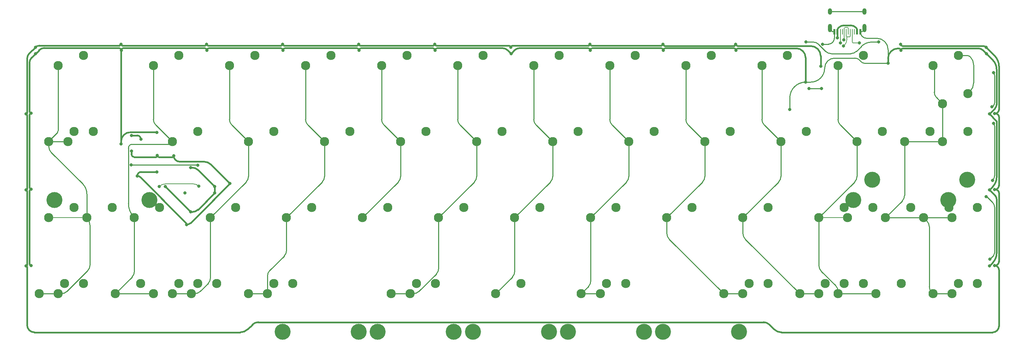
<source format=gbr>
%TF.GenerationSoftware,KiCad,Pcbnew,(7.0.0)*%
%TF.CreationDate,2024-04-06T15:01:54+02:00*%
%TF.ProjectId,forti GND,666f7274-6920-4474-9e44-2e6b69636164,rev?*%
%TF.SameCoordinates,Original*%
%TF.FileFunction,Copper,L1,Top*%
%TF.FilePolarity,Positive*%
%FSLAX46Y46*%
G04 Gerber Fmt 4.6, Leading zero omitted, Abs format (unit mm)*
G04 Created by KiCad (PCBNEW (7.0.0)) date 2024-04-06 15:01:54*
%MOMM*%
%LPD*%
G01*
G04 APERTURE LIST*
%TA.AperFunction,SMDPad,CuDef*%
%ADD10R,0.600000X1.450000*%
%TD*%
%TA.AperFunction,SMDPad,CuDef*%
%ADD11R,0.280000X1.450000*%
%TD*%
%TA.AperFunction,ComponentPad*%
%ADD12O,1.000000X2.100000*%
%TD*%
%TA.AperFunction,ComponentPad*%
%ADD13O,1.000000X1.600000*%
%TD*%
%TA.AperFunction,ComponentPad*%
%ADD14C,2.300000*%
%TD*%
%TA.AperFunction,ComponentPad*%
%ADD15C,4.000000*%
%TD*%
%TA.AperFunction,ViaPad*%
%ADD16C,0.800000*%
%TD*%
%TA.AperFunction,Conductor*%
%ADD17C,0.250000*%
%TD*%
%TA.AperFunction,Conductor*%
%ADD18C,0.200000*%
%TD*%
%TA.AperFunction,Conductor*%
%ADD19C,0.381000*%
%TD*%
G04 APERTURE END LIST*
D10*
%TO.P,J1,A1,GND*%
%TO.N,GND*%
X237519114Y-30238749D03*
%TO.P,J1,A4,VBUS*%
%TO.N,VBUS*%
X236719114Y-30238749D03*
D11*
%TO.P,J1,A5,CC1*%
%TO.N,/CC1*%
X235519114Y-30238749D03*
%TO.P,J1,A6,D+*%
%TO.N,D_USB_P*%
X234519114Y-30238749D03*
%TO.P,J1,A7,D-*%
%TO.N,D_USB_N*%
X234019114Y-30238749D03*
%TO.P,J1,A8,SBU1*%
%TO.N,unconnected-(J1-SBU1-PadA8)*%
X233019114Y-30238749D03*
D10*
%TO.P,J1,A9,VBUS*%
%TO.N,VBUS*%
X231819114Y-30238749D03*
%TO.P,J1,A12,GND*%
%TO.N,GND*%
X231019114Y-30238749D03*
%TO.P,J1,B1,GND*%
X231019114Y-30238749D03*
%TO.P,J1,B4,VBUS*%
%TO.N,VBUS*%
X231819114Y-30238749D03*
D11*
%TO.P,J1,B5,CC2*%
%TO.N,/CC2*%
X232519114Y-30238749D03*
%TO.P,J1,B6,D+*%
%TO.N,D_USB_P*%
X233519114Y-30238749D03*
%TO.P,J1,B7,D-*%
%TO.N,D_USB_N*%
X235019114Y-30238749D03*
%TO.P,J1,B8,SBU2*%
%TO.N,unconnected-(J1-SBU2-PadB8)*%
X236019114Y-30238749D03*
D10*
%TO.P,J1,B9,VBUS*%
%TO.N,VBUS*%
X236719114Y-30238749D03*
%TO.P,J1,B12,GND*%
%TO.N,GND*%
X237519114Y-30238749D03*
D12*
%TO.P,J1,S1,SHIELD*%
X238589114Y-29323749D03*
D13*
X238589114Y-25143749D03*
D12*
X229949114Y-29323749D03*
D13*
X229949114Y-25143749D03*
%TD*%
D14*
%TO.P,MX51,1,1*%
%TO.N,COL9*%
X227171250Y-95885000D03*
%TO.P,MX51,2,2*%
%TO.N,Net-(D45-A)*%
X233521250Y-93345000D03*
%TD*%
%TO.P,MX23,1,1*%
%TO.N,COL10*%
X236696250Y-57785000D03*
%TO.P,MX23,2,2*%
%TO.N,Net-(D23-A)*%
X243046250Y-55245000D03*
%TD*%
%TO.P,MX55,1,1*%
%TO.N,COL11*%
X255746250Y-95885000D03*
%TO.P,MX55,2,2*%
%TO.N,Net-(D47-A)*%
X262096250Y-93345000D03*
%TD*%
%TO.P,MX43,1,1*%
%TO.N,COL2*%
X70008750Y-95885000D03*
%TO.P,MX43,2,2*%
%TO.N,Net-(D39-A)*%
X76358750Y-93345000D03*
%TD*%
%TO.P,MXshift2.1,1,1*%
%TO.N,COL0*%
X43815000Y-76835000D03*
%TO.P,MXshift2.1,2,2*%
%TO.N,Net-(D25-A)*%
X50165000Y-74295000D03*
%TD*%
%TO.P,MX27,1,1*%
%TO.N,COL2*%
X74771250Y-76835000D03*
%TO.P,MX27,2,2*%
%TO.N,Net-(D27-A)*%
X81121250Y-74295000D03*
%TD*%
%TO.P,MX11,1,1*%
%TO.N,COL10*%
X231933750Y-38735000D03*
%TO.P,MX11,2,2*%
%TO.N,Net-(D11-A)*%
X238283750Y-36195000D03*
%TD*%
%TO.P,MX46,1,1*%
%TO.N,COL3*%
X84296250Y-95885000D03*
%TO.P,MX46,2,2*%
%TO.N,Net-(D40-A)*%
X90646250Y-93345000D03*
%TD*%
%TO.P,MXenter2.1,1,1*%
%TO.N,COL11*%
X248602500Y-57785000D03*
%TO.P,MXenter2.1,2,2*%
%TO.N,Net-(D24-A)*%
X254952500Y-55245000D03*
%TD*%
D15*
%TO.P,S2,*%
%TO.N,*%
X207168750Y-105410000D03*
X92868750Y-105410000D03*
%TD*%
D14*
%TO.P,MX49,1,1*%
%TO.N,COL8*%
X208121250Y-95885000D03*
%TO.P,MX49,2,2*%
%TO.N,Net-(D44-A)*%
X214471250Y-93345000D03*
%TD*%
%TO.P,MX31,1,1*%
%TO.N,COL6*%
X150971250Y-76835000D03*
%TO.P,MX31,2,2*%
%TO.N,Net-(D31-A)*%
X157321250Y-74295000D03*
%TD*%
%TO.P,MX16,1,1*%
%TO.N,COL3*%
X103346250Y-57785000D03*
%TO.P,MX16,2,2*%
%TO.N,Net-(D16-A)*%
X109696250Y-55245000D03*
%TD*%
%TO.P,MX38,1,1*%
%TO.N,COL11*%
X260508750Y-76835000D03*
%TO.P,MX38,2,2*%
%TO.N,Net-(D36-A)*%
X266858750Y-74295000D03*
%TD*%
%TO.P,MX35,1,1*%
%TO.N,COL10*%
X227171250Y-76835000D03*
%TO.P,MX35,2,2*%
%TO.N,Net-(D35-A)*%
X233521250Y-74295000D03*
%TD*%
%TO.P,MXsplit2.75(1)1,1,1*%
%TO.N,COL7*%
X167640000Y-95885000D03*
%TO.P,MXsplit2.75(1)1,2,2*%
%TO.N,Net-(D43-A)*%
X173990000Y-93345000D03*
%TD*%
D15*
%TO.P,shift2.2,*%
%TO.N,*%
X35718750Y-72390000D03*
X59531250Y-72390000D03*
%TD*%
D14*
%TO.P,MX8,1,1*%
%TO.N,COL7*%
X174783750Y-38735000D03*
%TO.P,MX8,2,2*%
%TO.N,Net-(D8-A)*%
X181133750Y-36195000D03*
%TD*%
%TO.P,MX13,1,1*%
%TO.N,COL0*%
X39052500Y-57785000D03*
%TO.P,MX13,2,2*%
%TO.N,Net-(D13-A)*%
X45402500Y-55245000D03*
%TD*%
%TO.P,MX32,1,1*%
%TO.N,COL7*%
X170021250Y-76835000D03*
%TO.P,MX32,2,2*%
%TO.N,Net-(D32-A)*%
X176371250Y-74295000D03*
%TD*%
%TO.P,MXISO1,1,1*%
%TO.N,COL11*%
X258127500Y-48260000D03*
%TO.P,MXISO1,2,2*%
%TO.N,Net-(D12-A)*%
X264477500Y-45720000D03*
%TD*%
%TO.P,MX21,1,1*%
%TO.N,COL8*%
X198596250Y-57785000D03*
%TO.P,MX21,2,2*%
%TO.N,Net-(D21-A)*%
X204946250Y-55245000D03*
%TD*%
%TO.P,MXsplit2.1,1,1*%
%TO.N,COL5*%
X124777500Y-95885000D03*
%TO.P,MXsplit2.1,2,2*%
%TO.N,Net-(D41-A)*%
X131127500Y-93345000D03*
%TD*%
%TO.P,MX4,1,1*%
%TO.N,COL3*%
X98583750Y-38735000D03*
%TO.P,MX4,2,2*%
%TO.N,Net-(D4-A)*%
X104933750Y-36195000D03*
%TD*%
%TO.P,MX45,1,1*%
%TO.N,COL3*%
X89058750Y-95885000D03*
%TO.P,MX45,2,2*%
%TO.N,Net-(D40-A)*%
X95408750Y-93345000D03*
%TD*%
%TO.P,MX30,1,1*%
%TO.N,COL5*%
X131921250Y-76835000D03*
%TO.P,MX30,2,2*%
%TO.N,Net-(D30-A)*%
X138271250Y-74295000D03*
%TD*%
%TO.P,MX1,1,1*%
%TO.N,COL0*%
X36671250Y-38735000D03*
%TO.P,MX1,2,2*%
%TO.N,Net-(D1-A)*%
X43021250Y-36195000D03*
%TD*%
%TO.P,MX34,1,1*%
%TO.N,COL9*%
X208121250Y-76835000D03*
%TO.P,MX34,2,2*%
%TO.N,Net-(D34-A)*%
X214471250Y-74295000D03*
%TD*%
%TO.P,MX25,1,1*%
%TO.N,COL0*%
X34290000Y-76835000D03*
%TO.P,MX25,2,2*%
%TO.N,Net-(D25-A)*%
X40640000Y-74295000D03*
%TD*%
D15*
%TO.P,enter2.1,*%
%TO.N,*%
X264318750Y-67310000D03*
X240506250Y-67310000D03*
%TD*%
D14*
%TO.P,MX29,1,1*%
%TO.N,COL4*%
X112871250Y-76835000D03*
%TO.P,MX29,2,2*%
%TO.N,Net-(D29-A)*%
X119221250Y-74295000D03*
%TD*%
%TO.P,MX53,1,1*%
%TO.N,COL10*%
X231933750Y-95885000D03*
%TO.P,MX53,2,2*%
%TO.N,Net-(D46-A)*%
X238283750Y-93345000D03*
%TD*%
%TO.P,MX22,1,1*%
%TO.N,COL9*%
X217646250Y-57785000D03*
%TO.P,MX22,2,2*%
%TO.N,Net-(D22-A)*%
X223996250Y-55245000D03*
%TD*%
%TO.P,MX17,1,1*%
%TO.N,COL4*%
X122396250Y-57785000D03*
%TO.P,MX17,2,2*%
%TO.N,Net-(D17-A)*%
X128746250Y-55245000D03*
%TD*%
%TO.P,MX47,1,1*%
%TO.N,COL6*%
X146208750Y-95885000D03*
%TO.P,MX47,2,2*%
%TO.N,Net-(D42-A)*%
X152558750Y-93345000D03*
%TD*%
D15*
%TO.P,S1,*%
%TO.N,*%
X135731250Y-105410000D03*
X111918750Y-105410000D03*
%TD*%
D14*
%TO.P,MX44,1,1*%
%TO.N,COL2*%
X65246250Y-95885000D03*
%TO.P,MX44,2,2*%
%TO.N,Net-(D39-A)*%
X71596250Y-93345000D03*
%TD*%
%TO.P,MX36,1,1*%
%TO.N,COL10*%
X234315000Y-76835000D03*
%TO.P,MX36,2,2*%
%TO.N,Net-(D35-A)*%
X240665000Y-74295000D03*
%TD*%
%TO.P,MX26,1,1*%
%TO.N,COL1*%
X55721250Y-76835000D03*
%TO.P,MX26,2,2*%
%TO.N,Net-(D26-A)*%
X62071250Y-74295000D03*
%TD*%
%TO.P,MX3,1,1*%
%TO.N,COL2*%
X79533750Y-38735000D03*
%TO.P,MX3,2,2*%
%TO.N,Net-(D3-A)*%
X85883750Y-36195000D03*
%TD*%
D15*
%TO.P,S4,*%
%TO.N,*%
X188118750Y-105410000D03*
X164306250Y-105410000D03*
%TD*%
D14*
%TO.P,MX37,1,1*%
%TO.N,COL11*%
X253365000Y-76835000D03*
%TO.P,MX37,2,2*%
%TO.N,Net-(D36-A)*%
X259715000Y-74295000D03*
%TD*%
%TO.P,MX24,1,1*%
%TO.N,COL11*%
X258127500Y-57785000D03*
%TO.P,MX24,2,2*%
%TO.N,Net-(D24-A)*%
X264477500Y-55245000D03*
%TD*%
D15*
%TO.P,S3,*%
%TO.N,*%
X183356250Y-105410000D03*
X159543750Y-105410000D03*
%TD*%
D14*
%TO.P,MX42,1,1*%
%TO.N,COL1*%
X60483750Y-95885000D03*
%TO.P,MX42,2,2*%
%TO.N,Net-(D38-A)*%
X66833750Y-93345000D03*
%TD*%
%TO.P,MX33,1,1*%
%TO.N,COL8*%
X189071250Y-76835000D03*
%TO.P,MX33,2,2*%
%TO.N,Net-(D33-A)*%
X195421250Y-74295000D03*
%TD*%
%TO.P,MX5,1,1*%
%TO.N,COL4*%
X117633750Y-38735000D03*
%TO.P,MX5,2,2*%
%TO.N,Net-(D5-A)*%
X123983750Y-36195000D03*
%TD*%
%TO.P,MX50,1,1*%
%TO.N,COL9*%
X222408750Y-95885000D03*
%TO.P,MX50,2,2*%
%TO.N,Net-(D45-A)*%
X228758750Y-93345000D03*
%TD*%
D15*
%TO.P,S5,*%
%TO.N,*%
X140493750Y-105410000D03*
X116681250Y-105410000D03*
%TD*%
D14*
%TO.P,MXsplit2.25(1)1,1,1*%
%TO.N,COL5*%
X120015000Y-95885000D03*
%TO.P,MXsplit2.25(1)1,2,2*%
%TO.N,Net-(D41-A)*%
X126365000Y-93345000D03*
%TD*%
%TO.P,MX28,1,1*%
%TO.N,COL3*%
X93821250Y-76835000D03*
%TO.P,MX28,2,2*%
%TO.N,Net-(D28-A)*%
X100171250Y-74295000D03*
%TD*%
%TO.P,MX18,1,1*%
%TO.N,COL5*%
X141446250Y-57785000D03*
%TO.P,MX18,2,2*%
%TO.N,Net-(D18-A)*%
X147796250Y-55245000D03*
%TD*%
%TO.P,MXcaps1,1,1*%
%TO.N,COL0*%
X34290000Y-57785000D03*
%TO.P,MXcaps1,2,2*%
%TO.N,Net-(D13-A)*%
X40640000Y-55245000D03*
%TD*%
%TO.P,MX40,1,1*%
%TO.N,COL0*%
X36671250Y-95885000D03*
%TO.P,MX40,2,2*%
%TO.N,Net-(D37-A)*%
X43021250Y-93345000D03*
%TD*%
%TO.P,MX15,1,1*%
%TO.N,COL2*%
X84296250Y-57785000D03*
%TO.P,MX15,2,2*%
%TO.N,Net-(D15-A)*%
X90646250Y-55245000D03*
%TD*%
%TO.P,MX54,1,1*%
%TO.N,COL11*%
X260508750Y-95885000D03*
%TO.P,MX54,2,2*%
%TO.N,Net-(D47-A)*%
X266858750Y-93345000D03*
%TD*%
%TO.P,MX39,1,1*%
%TO.N,COL0*%
X31908750Y-95885000D03*
%TO.P,MX39,2,2*%
%TO.N,Net-(D37-A)*%
X38258750Y-93345000D03*
%TD*%
D15*
%TO.P,shift2.1,*%
%TO.N,*%
X235743750Y-72390000D03*
X259556250Y-72390000D03*
%TD*%
D14*
%TO.P,MX10,1,1*%
%TO.N,COL9*%
X212883750Y-38735000D03*
%TO.P,MX10,2,2*%
%TO.N,Net-(D10-A)*%
X219233750Y-36195000D03*
%TD*%
%TO.P,MX9,1,1*%
%TO.N,COL8*%
X193833750Y-38735000D03*
%TO.P,MX9,2,2*%
%TO.N,Net-(D9-A)*%
X200183750Y-36195000D03*
%TD*%
%TO.P,MX52,1,1*%
%TO.N,COL10*%
X241458750Y-95885000D03*
%TO.P,MX52,2,2*%
%TO.N,Net-(D46-A)*%
X247808750Y-93345000D03*
%TD*%
%TO.P,MX20,1,1*%
%TO.N,COL7*%
X179546250Y-57785000D03*
%TO.P,MX20,2,2*%
%TO.N,Net-(D20-A)*%
X185896250Y-55245000D03*
%TD*%
%TO.P,MX6,1,1*%
%TO.N,COL5*%
X136683750Y-38735000D03*
%TO.P,MX6,2,2*%
%TO.N,Net-(D6-A)*%
X143033750Y-36195000D03*
%TD*%
%TO.P,MXshift2.2,1,1*%
%TO.N,COL11*%
X243840000Y-76835000D03*
%TO.P,MXshift2.2,2,2*%
%TO.N,Net-(D36-A)*%
X250190000Y-74295000D03*
%TD*%
%TO.P,MX12,1,1*%
%TO.N,COL11*%
X255746250Y-38735000D03*
%TO.P,MX12,2,2*%
%TO.N,Net-(D12-A)*%
X262096250Y-36195000D03*
%TD*%
%TO.P,MX19,1,1*%
%TO.N,COL6*%
X160496250Y-57785000D03*
%TO.P,MX19,2,2*%
%TO.N,Net-(D19-A)*%
X166846250Y-55245000D03*
%TD*%
%TO.P,MXsplit2.2,1,1*%
%TO.N,COL7*%
X172402500Y-95885000D03*
%TO.P,MXsplit2.2,2,2*%
%TO.N,Net-(D43-A)*%
X178752500Y-93345000D03*
%TD*%
%TO.P,MX7,1,1*%
%TO.N,COL6*%
X155733750Y-38735000D03*
%TO.P,MX7,2,2*%
%TO.N,Net-(D7-A)*%
X162083750Y-36195000D03*
%TD*%
%TO.P,MX14,1,1*%
%TO.N,COL1*%
X65246250Y-57785000D03*
%TO.P,MX14,2,2*%
%TO.N,Net-(D14-A)*%
X71596250Y-55245000D03*
%TD*%
%TO.P,MX48,1,1*%
%TO.N,COL8*%
X203358750Y-95885000D03*
%TO.P,MX48,2,2*%
%TO.N,Net-(D44-A)*%
X209708750Y-93345000D03*
%TD*%
%TO.P,MX41,1,1*%
%TO.N,COL1*%
X50958750Y-95885000D03*
%TO.P,MX41,2,2*%
%TO.N,Net-(D38-A)*%
X57308750Y-93345000D03*
%TD*%
%TO.P,MX2,1,1*%
%TO.N,COL1*%
X60483750Y-38735000D03*
%TO.P,MX2,2,2*%
%TO.N,Net-(D2-A)*%
X66833750Y-36195000D03*
%TD*%
D16*
%TO.N,ROW0*%
X227806250Y-44450000D03*
X224635000Y-44450000D03*
%TO.N,ROW1*%
X71558211Y-63675454D03*
X54956738Y-63571782D03*
%TO.N,GND*%
X223837500Y-42862500D03*
X247684500Y-34925000D03*
X131003250Y-34925000D03*
X29883814Y-50642812D03*
X61383494Y-65360784D03*
X30990750Y-35718750D03*
X61335259Y-55462097D03*
X228041575Y-33343854D03*
X92903250Y-34925000D03*
X52411566Y-58375816D03*
X29883814Y-69692812D03*
X29883814Y-88865500D03*
X269875000Y-69884500D03*
X269115750Y-35718750D03*
X55007705Y-60122198D03*
X73853250Y-34925000D03*
X269875000Y-88934500D03*
X244475000Y-38100000D03*
X111953250Y-34925000D03*
X52422000Y-34925000D03*
X219874863Y-49742270D03*
X68408159Y-70640483D03*
X65570925Y-61316672D03*
X269875000Y-50834500D03*
X206409500Y-34925000D03*
X79670438Y-68278415D03*
X150053250Y-35718750D03*
X61475875Y-61238510D03*
X188153250Y-34925000D03*
X68830511Y-78563503D03*
X169897000Y-34925000D03*
X56445750Y-66353872D03*
%TO.N,+5V*%
X55025604Y-56208449D03*
X269046750Y-34131250D03*
X149984250Y-34131250D03*
X227618366Y-38893750D03*
X57354816Y-57173331D03*
X52353000Y-33337500D03*
X188084250Y-33337500D03*
X247615500Y-33337500D03*
X28575000Y-50834500D03*
X169828000Y-33337500D03*
X73784250Y-33337500D03*
X28575000Y-69884500D03*
X271188102Y-88843284D03*
X92834250Y-33337500D03*
X130934250Y-33337500D03*
X28575000Y-88934500D03*
X30921750Y-34131250D03*
X111884250Y-33337500D03*
X271175292Y-50765500D03*
X206340500Y-33337500D03*
X271164078Y-69815500D03*
%TO.N,+3V3*%
X69850000Y-64293750D03*
X69850000Y-75406250D03*
X63500000Y-69056250D03*
X75828969Y-69056250D03*
X75828969Y-70643750D03*
%TO.N,VBUS*%
X231805189Y-31791019D03*
%TO.N,/CC1*%
X237331250Y-33037500D03*
%TO.N,D_USB_P*%
X233362500Y-32243750D03*
%TO.N,D_USB_N*%
X233334389Y-33825379D03*
%TO.N,/CC2*%
X232568750Y-33037500D03*
%TO.N,BOOT0*%
X71850104Y-68930176D03*
X61912500Y-69056250D03*
%TO.N,Net-(LED13-DOUT)*%
X223871660Y-32817034D03*
X242122573Y-32818685D03*
%TO.N,Net-(LED15-DOUT)*%
X270885250Y-40481250D03*
X270495777Y-49011973D03*
%TO.N,Net-(LED16-DOUT)*%
X270885250Y-53181250D03*
X270668750Y-67468750D03*
%TO.N,Net-(LED17-DOUT)*%
X269960000Y-87218558D03*
X269081250Y-71531750D03*
%TD*%
D17*
%TO.N,ROW0*%
X224635000Y-44450000D02*
X227806250Y-44450000D01*
%TO.N,Net-(D12-A)*%
X265906250Y-38516476D02*
X265906250Y-43056465D01*
X265033125Y-45164375D02*
X264477500Y-45720000D01*
X262096250Y-36195000D02*
X264258294Y-36195000D01*
X265906259Y-38516476D02*
G75*
G03*
X265086814Y-36538186I-2797759J-24D01*
G01*
X265033146Y-45164396D02*
G75*
G03*
X265906250Y-43056465I-2107946J2107896D01*
G01*
X265086817Y-36538183D02*
G75*
G03*
X264258294Y-36195000I-828517J-828517D01*
G01*
%TO.N,ROW1*%
X71451507Y-63568750D02*
X71558211Y-63675454D01*
X55041176Y-63568750D02*
X71451507Y-63568750D01*
X55041176Y-63568750D02*
X54964057Y-63568750D01*
X54964057Y-63568720D02*
G75*
G03*
X54956738Y-63571782I43J-10380D01*
G01*
%TO.N,COL0*%
X44022963Y-90120787D02*
X38844536Y-95299214D01*
X34290000Y-57785000D02*
X39052500Y-57785000D01*
X43815000Y-70861007D02*
X43815000Y-76835000D01*
X36446495Y-55496495D02*
X34383346Y-57559644D01*
X36671250Y-95885000D02*
X31908750Y-95885000D01*
D18*
X34290000Y-76835000D02*
X43815000Y-76835000D01*
D17*
X34290000Y-57785000D02*
X34290000Y-59036704D01*
X44608750Y-78751282D02*
X44608750Y-88706573D01*
X31908750Y-95885000D02*
X37430323Y-95885000D01*
X34875787Y-60450918D02*
X42774934Y-68350066D01*
X36671250Y-38735000D02*
X36671250Y-54953889D01*
X34383346Y-57559644D02*
G75*
G03*
X34290000Y-57785000I225354J-225356D01*
G01*
X43814996Y-70861007D02*
G75*
G03*
X42774933Y-68350067I-3550996J7D01*
G01*
X34289998Y-59036704D02*
G75*
G03*
X34875788Y-60450917I2000002J4D01*
G01*
X44608757Y-78751282D02*
G75*
G03*
X43815000Y-76835000I-2710057J-18D01*
G01*
X37430323Y-95885016D02*
G75*
G03*
X38844536Y-95299214I-23J2000016D01*
G01*
X36446498Y-55496498D02*
G75*
G03*
X36671250Y-54953889I-542598J542598D01*
G01*
X44022966Y-90120790D02*
G75*
G03*
X44608750Y-88706573I-1414166J1414190D01*
G01*
%TO.N,COL1*%
X54231738Y-73239000D02*
X54231738Y-59391482D01*
X60483750Y-95885000D02*
X50958750Y-95885000D01*
X60483750Y-38735000D02*
X60483750Y-52194073D01*
X55135463Y-91708287D02*
X50958750Y-95885000D01*
X55721250Y-76835000D02*
X55721250Y-90294073D01*
X61069537Y-53608287D02*
X65246250Y-57785000D01*
X55203220Y-58420000D02*
X64611250Y-58420000D01*
X54231724Y-73239000D02*
G75*
G03*
X55721250Y-76835000I5085476J0D01*
G01*
X55203220Y-58420038D02*
G75*
G03*
X54231738Y-59391482I-20J-971462D01*
G01*
X60483755Y-52194073D02*
G75*
G03*
X61069537Y-53608287I1999945J-27D01*
G01*
X55135466Y-91708290D02*
G75*
G03*
X55721250Y-90294073I-1414166J1414190D01*
G01*
X64611250Y-58419950D02*
G75*
G03*
X65246250Y-57785000I50J634950D01*
G01*
%TO.N,COL2*%
X74185463Y-93334632D02*
X72220881Y-95299214D01*
X80119537Y-53608287D02*
X84296250Y-57785000D01*
X74771250Y-76835000D02*
X74771250Y-91920418D01*
X70008750Y-95885000D02*
X65246250Y-95885000D01*
X84296250Y-57785000D02*
X84296250Y-66481573D01*
X83710463Y-67895787D02*
X74771250Y-76835000D01*
X79533750Y-38735000D02*
X79533750Y-52194073D01*
X70806668Y-95885000D02*
X70008750Y-95885000D01*
X79533755Y-52194073D02*
G75*
G03*
X80119537Y-53608287I1999945J-27D01*
G01*
X70806668Y-95884977D02*
G75*
G03*
X72220881Y-95299214I32J1999977D01*
G01*
X83710466Y-67895790D02*
G75*
G03*
X84296250Y-66481573I-1414166J1414190D01*
G01*
X74185444Y-93334613D02*
G75*
G03*
X74771250Y-91920418I-1414144J1414213D01*
G01*
%TO.N,COL3*%
X99169537Y-53608287D02*
X103346250Y-57785000D01*
X93235463Y-86453156D02*
X89644536Y-90044083D01*
X98583750Y-38735000D02*
X98583750Y-52194073D01*
X93821250Y-76835000D02*
X93821250Y-85038942D01*
X103346250Y-57785000D02*
X103346250Y-66481573D01*
X89058750Y-95885000D02*
X84296250Y-95885000D01*
X89058750Y-91458296D02*
X89058750Y-95885000D01*
X102760463Y-67895787D02*
X93821250Y-76835000D01*
X93235432Y-86453125D02*
G75*
G03*
X93821250Y-85038942I-1414132J1414225D01*
G01*
X102760466Y-67895790D02*
G75*
G03*
X103346250Y-66481573I-1414166J1414190D01*
G01*
X89644548Y-90044095D02*
G75*
G03*
X89058750Y-91458296I1414152J-1414205D01*
G01*
X98583755Y-52194073D02*
G75*
G03*
X99169537Y-53608287I1999945J-27D01*
G01*
%TO.N,COL4*%
X117633750Y-38735000D02*
X117633750Y-52194073D01*
X118219537Y-53608287D02*
X122396250Y-57785000D01*
X121810463Y-67895787D02*
X112871250Y-76835000D01*
X122396250Y-57785000D02*
X122396250Y-66481573D01*
X117633755Y-52194073D02*
G75*
G03*
X118219537Y-53608287I1999945J-27D01*
G01*
X121810466Y-67895790D02*
G75*
G03*
X122396250Y-66481573I-1414166J1414190D01*
G01*
%TO.N,COL5*%
X124777500Y-95885000D02*
X120015000Y-95885000D01*
X131335463Y-90953382D02*
X126989631Y-95299214D01*
X141446250Y-57785000D02*
X141446250Y-66481573D01*
X137269537Y-53608287D02*
X141446250Y-57785000D01*
X131921250Y-76835000D02*
X131921250Y-89539168D01*
X125575418Y-95885000D02*
X124777500Y-95885000D01*
X140860463Y-67895787D02*
X131921250Y-76835000D01*
X136683750Y-38735000D02*
X136683750Y-52194073D01*
X125575418Y-95885012D02*
G75*
G03*
X126989631Y-95299214I-18J2000012D01*
G01*
X131335469Y-90953388D02*
G75*
G03*
X131921250Y-89539168I-1414169J1414188D01*
G01*
X136683755Y-52194073D02*
G75*
G03*
X137269537Y-53608287I1999945J-27D01*
G01*
X140860466Y-67895790D02*
G75*
G03*
X141446250Y-66481573I-1414166J1414190D01*
G01*
%TO.N,COL6*%
X150385463Y-91708287D02*
X146208750Y-95885000D01*
X150971250Y-76835000D02*
X150971250Y-90294073D01*
X159910463Y-67895787D02*
X150971250Y-76835000D01*
X156319537Y-53608287D02*
X160496250Y-57785000D01*
X155733750Y-38735000D02*
X155733750Y-52194073D01*
X160496250Y-57785000D02*
X160496250Y-66481573D01*
X150385466Y-91708290D02*
G75*
G03*
X150971250Y-90294073I-1414166J1414190D01*
G01*
X155733755Y-52194073D02*
G75*
G03*
X156319537Y-53608287I1999945J-27D01*
G01*
X159910466Y-67895790D02*
G75*
G03*
X160496250Y-66481573I-1414166J1414190D01*
G01*
%TO.N,COL7*%
X175369537Y-53608287D02*
X179546250Y-57785000D01*
X178960463Y-67895787D02*
X170021250Y-76835000D01*
X170021250Y-76835000D02*
X170021250Y-92675323D01*
X174783750Y-38735000D02*
X174783750Y-52194073D01*
X179546250Y-57785000D02*
X179546250Y-66481573D01*
X167640000Y-95885000D02*
X172402500Y-95885000D01*
X169435463Y-94089537D02*
X167640000Y-95885000D01*
X169435441Y-94089515D02*
G75*
G03*
X170021250Y-92675323I-1414141J1414215D01*
G01*
X174783755Y-52194073D02*
G75*
G03*
X175369537Y-53608287I1999945J-27D01*
G01*
X178960466Y-67895790D02*
G75*
G03*
X179546250Y-66481573I-1414166J1414190D01*
G01*
%TO.N,COL8*%
X198596250Y-57785000D02*
X198596250Y-66481573D01*
X203358750Y-95885000D02*
X208121250Y-95885000D01*
X189657037Y-82183287D02*
X203358750Y-95885000D01*
X193833750Y-38735000D02*
X193833750Y-52194073D01*
X194419537Y-53608287D02*
X198596250Y-57785000D01*
X198010463Y-67895787D02*
X189071250Y-76835000D01*
X189071250Y-76835000D02*
X189071250Y-80769073D01*
X189071255Y-80769073D02*
G75*
G03*
X189657037Y-82183287I1999945J-27D01*
G01*
X193833755Y-52194073D02*
G75*
G03*
X194419537Y-53608287I1999945J-27D01*
G01*
X198010466Y-67895790D02*
G75*
G03*
X198596250Y-66481573I-1414166J1414190D01*
G01*
%TO.N,COL9*%
X208121250Y-76835000D02*
X208121250Y-80769073D01*
X217646250Y-57785000D02*
X217646250Y-66481573D01*
X217060463Y-67895787D02*
X208121250Y-76835000D01*
X212883750Y-38735000D02*
X212883750Y-52194073D01*
X222408750Y-95885000D02*
X227171250Y-95885000D01*
X213469537Y-53608287D02*
X217646250Y-57785000D01*
X208707037Y-82183287D02*
X222408750Y-95885000D01*
X217060466Y-67895790D02*
G75*
G03*
X217646250Y-66481573I-1414166J1414190D01*
G01*
X212883755Y-52194073D02*
G75*
G03*
X213469537Y-53608287I1999945J-27D01*
G01*
X208121255Y-80769073D02*
G75*
G03*
X208707037Y-82183287I1999945J-27D01*
G01*
%TO.N,COL10*%
X227757037Y-90257321D02*
X231347964Y-93848248D01*
X236110463Y-67895787D02*
X227171250Y-76835000D01*
X231933750Y-38735000D02*
X231933750Y-52194073D01*
X231933750Y-95885000D02*
X241458750Y-95885000D01*
D18*
X227171250Y-76835000D02*
X234315000Y-76835000D01*
D17*
X231933750Y-95262461D02*
X231933750Y-95885000D01*
X236696250Y-57785000D02*
X236696250Y-66481573D01*
X227171250Y-76835000D02*
X227171250Y-88843107D01*
X232519537Y-53608287D02*
X236696250Y-57785000D01*
X231933755Y-52194073D02*
G75*
G03*
X232519537Y-53608287I1999945J-27D01*
G01*
X227171231Y-88843107D02*
G75*
G03*
X227757037Y-90257321I1999969J7D01*
G01*
X236110466Y-67895790D02*
G75*
G03*
X236696250Y-66481573I-1414166J1414190D01*
G01*
X231933792Y-95262461D02*
G75*
G03*
X231347964Y-93848248I-1999992J-39D01*
G01*
%TO.N,COL11*%
X248602500Y-57785000D02*
X248602500Y-71244073D01*
X256051400Y-45355473D02*
X256051400Y-39687500D01*
X254806100Y-79104527D02*
X254806100Y-94116423D01*
X243840000Y-76835000D02*
X253365000Y-76835000D01*
X256051400Y-39687500D02*
X256051400Y-38735000D01*
X248016713Y-72658287D02*
X243840000Y-76835000D01*
X255391887Y-95530637D02*
X255746250Y-95885000D01*
X253365000Y-76835000D02*
X254220314Y-77690314D01*
X256637187Y-46769687D02*
X258127500Y-48260000D01*
X255746250Y-95885000D02*
X260508750Y-95885000D01*
X253365000Y-76835000D02*
X260508750Y-76835000D01*
X248602500Y-57785000D02*
X258127500Y-57785000D01*
X258127500Y-48260000D02*
X258127500Y-57785000D01*
X254806080Y-79104527D02*
G75*
G03*
X254220313Y-77690315I-1999980J27D01*
G01*
X254806084Y-94116423D02*
G75*
G03*
X255391887Y-95530637I2000016J23D01*
G01*
X256051420Y-45355473D02*
G75*
G03*
X256637188Y-46769686I1999980J-27D01*
G01*
X248016727Y-72658301D02*
G75*
G03*
X248602500Y-71244073I-1414227J1414201D01*
G01*
D19*
%TO.N,GND*%
X79670438Y-68278415D02*
X71434426Y-76514426D01*
X223837500Y-42862500D02*
X223837500Y-36762969D01*
D17*
X237519115Y-30238750D02*
X237674115Y-30238750D01*
X244475000Y-38100000D02*
X238514178Y-38100000D01*
D19*
X72409094Y-34309094D02*
X73237344Y-34309094D01*
D17*
X231019115Y-30238750D02*
X231019115Y-31872239D01*
X236163100Y-36830000D02*
X231140000Y-36830000D01*
D19*
X72405476Y-34305653D02*
X53041347Y-34305653D01*
X152287183Y-34313244D02*
X169285244Y-34313244D01*
D17*
X237408362Y-37405577D02*
X237306324Y-37303539D01*
D19*
X248209720Y-34399780D02*
X265906250Y-34399780D01*
X268304750Y-34907750D02*
X269115750Y-35718750D01*
X150053250Y-35718750D02*
X150872969Y-34899031D01*
D17*
X223837500Y-42862500D02*
X225107500Y-42862500D01*
D19*
X31767250Y-34942250D02*
X31835140Y-34874360D01*
X111953250Y-34925000D02*
X111913995Y-34885745D01*
X29450635Y-51075991D02*
X29450635Y-69259633D01*
X31767250Y-34942250D02*
X30990750Y-35718750D01*
X269875000Y-50834500D02*
X271240025Y-49469475D01*
X269875000Y-50834500D02*
X271675250Y-52634750D01*
X110499984Y-34299984D02*
X110503444Y-34303444D01*
X29446365Y-70130261D02*
X29446365Y-88428051D01*
X112556950Y-34321300D02*
X130399550Y-34321300D01*
X270686000Y-69073500D02*
X269875000Y-69884500D01*
X52411566Y-57704551D02*
X52411566Y-57943750D01*
X74911011Y-63518989D02*
X79670438Y-68278415D01*
D17*
X229547500Y-33343854D02*
X228041575Y-33343854D01*
D19*
X110503444Y-34303444D02*
X111331694Y-34303444D01*
X33249354Y-34288573D02*
X51785573Y-34288573D01*
D17*
X237811884Y-37809100D02*
X237408362Y-37405577D01*
X231019115Y-30238750D02*
X230864115Y-30238750D01*
D19*
X271288816Y-71298316D02*
X269875000Y-69884500D01*
D17*
X238589115Y-25143750D02*
X229949115Y-25143750D01*
D19*
X61291111Y-55417949D02*
X54698168Y-55417949D01*
X271675250Y-48418750D02*
X271675250Y-39714595D01*
X247159280Y-34399780D02*
X247010456Y-34399780D01*
X170512551Y-34309449D02*
X187537699Y-34309449D01*
X57173464Y-66651536D02*
X68650255Y-78128327D01*
X265906250Y-34399780D02*
X267078402Y-34399780D01*
X73853250Y-34925000D02*
X73819689Y-34891439D01*
X61877865Y-61640500D02*
X65247097Y-61640500D01*
X54973355Y-60917299D02*
X54973355Y-60156548D01*
X52411566Y-34950189D02*
X52411566Y-57943750D01*
D17*
X219874863Y-49742270D02*
X219874863Y-46825137D01*
D19*
X270675064Y-37299936D02*
X269131216Y-35756088D01*
X31767250Y-34942250D02*
X30031667Y-36677833D01*
X29445881Y-38092046D02*
X29445881Y-50204879D01*
X110499782Y-34299959D02*
X93528291Y-34299959D01*
D17*
X239161645Y-31881280D02*
X241662835Y-31881280D01*
D19*
X271675250Y-52634750D02*
X271675250Y-66685240D01*
X61475875Y-61238510D02*
X61475875Y-61263979D01*
X52411566Y-57943750D02*
X52411566Y-58375816D01*
X269875000Y-88934500D02*
X270686000Y-88123500D01*
X150053250Y-35718750D02*
X149244917Y-34910417D01*
D17*
X244475000Y-34693445D02*
X244475000Y-38100000D01*
D19*
X244475000Y-38100000D02*
X244475000Y-36935236D01*
X271675250Y-85735240D02*
X271675250Y-72231250D01*
X74468801Y-34309449D02*
X92287699Y-34309449D01*
X56445750Y-66353872D02*
X56454840Y-66353872D01*
X71434426Y-76514426D02*
X69777679Y-78171173D01*
X61335259Y-55462097D02*
X61291111Y-55417949D01*
X147830704Y-34324631D02*
X131603619Y-34324631D01*
D17*
X52411566Y-58375816D02*
X52411566Y-57797182D01*
D19*
X57438838Y-65360784D02*
X61383494Y-65360784D01*
X61088102Y-61651752D02*
X55707808Y-61651752D01*
X221456561Y-34382030D02*
X206952470Y-34382030D01*
X72405684Y-34305684D02*
X72409094Y-34309094D01*
X188741767Y-34336483D02*
X205820983Y-34336483D01*
X67035535Y-62781282D02*
X73130029Y-62781282D01*
X188741767Y-34336450D02*
G75*
G03*
X188153250Y-34925000I33J-588550D01*
G01*
X112556950Y-34321250D02*
G75*
G03*
X111953250Y-34925000I50J-603750D01*
G01*
X111953256Y-34925000D02*
G75*
G03*
X111331694Y-34303444I-621556J0D01*
G01*
X170512551Y-34309400D02*
G75*
G03*
X169897000Y-34925000I49J-615600D01*
G01*
X188153251Y-34925000D02*
G75*
G03*
X187537699Y-34309449I-615551J0D01*
G01*
X29883814Y-69692865D02*
G75*
G03*
X29446365Y-70130261I-14J-437435D01*
G01*
D17*
X225107500Y-42862500D02*
G75*
G03*
X228600000Y-39370000I0J3492500D01*
G01*
D19*
X269115770Y-35718750D02*
G75*
G03*
X269131216Y-35756088I52730J-50D01*
G01*
X55007705Y-60122155D02*
G75*
G03*
X54973355Y-60156548I-5J-34345D01*
G01*
X33249354Y-34288549D02*
G75*
G03*
X31835140Y-34874360I46J-2000051D01*
G01*
D17*
X231140000Y-36830000D02*
G75*
G03*
X228600000Y-39370000I0J-2540000D01*
G01*
D19*
X61475900Y-61238510D02*
G75*
G03*
X61877865Y-61640500I402000J10D01*
G01*
D17*
X229547500Y-33343815D02*
G75*
G03*
X231019115Y-31872239I0J1471615D01*
G01*
D19*
X29450588Y-69259633D02*
G75*
G03*
X29883814Y-69692812I433212J33D01*
G01*
D17*
X237674115Y-30238815D02*
G75*
G03*
X238589115Y-29323750I-15J915015D01*
G01*
D19*
X61088102Y-61651775D02*
G75*
G03*
X61475875Y-61263979I-2J387775D01*
G01*
D17*
X229949150Y-29323750D02*
G75*
G03*
X230864115Y-30238750I914950J-50D01*
G01*
D19*
X149244909Y-34910425D02*
G75*
G03*
X147830704Y-34324631I-1414209J-1414175D01*
G01*
D17*
X223837500Y-42862463D02*
G75*
G03*
X219874863Y-46825137I0J-3962637D01*
G01*
X244474920Y-34693445D02*
G75*
G03*
X241662835Y-31881280I-2812120J45D01*
G01*
D19*
X52422027Y-34925000D02*
G75*
G03*
X51785573Y-34288573I-636427J0D01*
G01*
X270685989Y-88123489D02*
G75*
G03*
X271675250Y-85735240I-2388289J2388289D01*
G01*
X68830514Y-78563503D02*
G75*
G03*
X68650254Y-78128328I-615414J3D01*
G01*
X73853206Y-34925000D02*
G75*
G03*
X73237344Y-34309094I-615906J0D01*
G01*
X271675290Y-72231250D02*
G75*
G03*
X271288816Y-71298316I-1319390J-50D01*
G01*
D17*
X237811894Y-37809090D02*
G75*
G03*
X238514178Y-38100000I702306J702290D01*
G01*
D19*
X74468801Y-34309450D02*
G75*
G03*
X73853250Y-34925000I-1J-615550D01*
G01*
X93528291Y-34299950D02*
G75*
G03*
X92903250Y-34925000I9J-625050D01*
G01*
X29883814Y-50642835D02*
G75*
G03*
X29450635Y-51075991I-14J-433165D01*
G01*
X271240050Y-49469500D02*
G75*
G03*
X271675250Y-48418750I-1050750J1050700D01*
G01*
X268304749Y-34907751D02*
G75*
G03*
X267078402Y-34399780I-1226349J-1226349D01*
G01*
X270685989Y-69073489D02*
G75*
G03*
X271675250Y-66685240I-2388289J2388289D01*
G01*
X57438838Y-65360850D02*
G75*
G03*
X56445750Y-66353872I-38J-993050D01*
G01*
X74911003Y-63518997D02*
G75*
G03*
X73130029Y-62781282I-1781003J-1781003D01*
G01*
X223837570Y-36762969D02*
G75*
G03*
X221456561Y-34382030I-2380970J-31D01*
G01*
X131603619Y-34324650D02*
G75*
G03*
X131003250Y-34925000I-19J-600350D01*
G01*
X271675251Y-39714595D02*
G75*
G03*
X270675064Y-37299936I-3414851J-5D01*
G01*
X248209720Y-34399800D02*
G75*
G03*
X247684500Y-34925000I-20J-525200D01*
G01*
X57173452Y-66651548D02*
G75*
G03*
X56454840Y-66353872I-718652J-718652D01*
G01*
X68830511Y-78563509D02*
G75*
G03*
X69777679Y-78171173I-11J1339509D01*
G01*
X206952470Y-34382000D02*
G75*
G03*
X206409500Y-34925000I30J-543000D01*
G01*
X29445888Y-50204879D02*
G75*
G03*
X29883814Y-50642812I437912J-21D01*
G01*
X65247097Y-61640525D02*
G75*
G03*
X65570925Y-61316672I3J323825D01*
G01*
X54973348Y-60917299D02*
G75*
G03*
X55707808Y-61651752I734452J-1D01*
G01*
X152287183Y-34313220D02*
G75*
G03*
X150872970Y-34899032I17J-1999980D01*
G01*
X29446400Y-88428051D02*
G75*
G03*
X29883814Y-88865500I437400J-49D01*
G01*
D17*
X237519020Y-30238750D02*
G75*
G03*
X239161645Y-31881280I1642580J50D01*
G01*
X237306332Y-37303531D02*
G75*
G03*
X236163100Y-36830000I-1143232J-1143269D01*
G01*
D19*
X54698168Y-55417966D02*
G75*
G03*
X52411566Y-57704551I32J-2286634D01*
G01*
X30031640Y-36677806D02*
G75*
G03*
X29445881Y-38092046I1414260J-1414194D01*
G01*
X169896956Y-34925000D02*
G75*
G03*
X169285244Y-34313244I-611756J0D01*
G01*
X247010456Y-34399700D02*
G75*
G03*
X244475000Y-36935236I44J-2535500D01*
G01*
X247684520Y-34925000D02*
G75*
G03*
X247159280Y-34399780I-525220J0D01*
G01*
X92903251Y-34925000D02*
G75*
G03*
X92287699Y-34309449I-615551J0D01*
G01*
X206409517Y-34925000D02*
G75*
G03*
X205820983Y-34336483I-588517J0D01*
G01*
X65570918Y-61316672D02*
G75*
G03*
X67035535Y-62781282I1464582J-28D01*
G01*
X52422003Y-34925003D02*
G75*
G03*
X52411566Y-34950189I25197J-25197D01*
G01*
X53041347Y-34305700D02*
G75*
G03*
X52422000Y-34925000I-47J-619300D01*
G01*
X131003200Y-34925000D02*
G75*
G03*
X130399550Y-34321300I-603700J0D01*
G01*
%TO.N,+5V*%
X30716482Y-105568750D02*
X82221218Y-105568750D01*
X272256250Y-70643750D02*
X272256250Y-87775136D01*
X271175292Y-50765500D02*
X271428000Y-50765500D01*
X188502233Y-33755483D02*
X205922517Y-33755483D01*
X214730287Y-103605287D02*
X215900000Y-104775000D01*
X271164078Y-69815500D02*
X271428000Y-69815500D01*
X30921750Y-34131250D02*
X29450667Y-35602333D01*
X150383256Y-33732244D02*
X169433256Y-33732244D01*
X74175199Y-33728449D02*
X92443301Y-33728449D01*
X269081250Y-105568750D02*
X269875000Y-105568750D01*
X131340381Y-33743631D02*
X149596631Y-33743631D01*
X28865365Y-70174865D02*
X28865365Y-88644135D01*
X31944596Y-33707573D02*
X51982927Y-33707573D01*
X272256250Y-51593750D02*
X272256250Y-68723328D01*
X225060103Y-33801030D02*
X206804030Y-33801030D01*
X272256250Y-90487500D02*
X272256250Y-103981250D01*
X28842591Y-102393750D02*
X28842591Y-103694859D01*
X86721427Y-103019500D02*
X213316073Y-103019500D01*
X28864881Y-37016546D02*
X28864881Y-50544619D01*
X272256250Y-38893750D02*
X272256250Y-49684542D01*
X272256250Y-90487500D02*
X272256250Y-89911432D01*
X269875000Y-105568750D02*
X270668750Y-105568750D01*
X28842591Y-102393750D02*
X28842591Y-103455091D01*
X55025604Y-56208449D02*
X56389934Y-56208449D01*
X28869635Y-51129135D02*
X28869635Y-69589865D01*
X227618366Y-38893750D02*
X227618366Y-36359293D01*
X93215709Y-33718959D02*
X111502791Y-33718959D01*
X84137500Y-104775000D02*
X85307214Y-103605286D01*
X52740153Y-33724653D02*
X73397097Y-33724653D01*
X248096780Y-33818780D02*
X268292381Y-33818780D01*
X112287050Y-33740300D02*
X130531450Y-33740300D01*
X28842591Y-102393750D02*
X28842591Y-89202091D01*
X217816282Y-105568750D02*
X269081250Y-105568750D01*
X269046750Y-34131250D02*
X271158113Y-36242613D01*
X170218949Y-33728449D02*
X187693301Y-33728449D01*
X51982927Y-33707600D02*
G75*
G03*
X52353000Y-33337500I-27J370100D01*
G01*
X271175292Y-50765450D02*
G75*
G03*
X272256250Y-49684542I8J1080950D01*
G01*
X130531450Y-33740250D02*
G75*
G03*
X130934250Y-33337500I50J402750D01*
G01*
X272256300Y-51593750D02*
G75*
G03*
X271428000Y-50765500I-828300J-50D01*
G01*
X169433256Y-33732200D02*
G75*
G03*
X169828000Y-33337500I44J394700D01*
G01*
X149984269Y-34131250D02*
G75*
G03*
X149596631Y-33743631I-387669J-50D01*
G01*
X92443301Y-33728450D02*
G75*
G03*
X92834250Y-33337500I-1J390950D01*
G01*
X150383256Y-33732150D02*
G75*
G03*
X149984250Y-34131250I44J-399050D01*
G01*
X92834241Y-33337500D02*
G75*
G03*
X93215709Y-33718959I381459J0D01*
G01*
X73397097Y-33724650D02*
G75*
G03*
X73784250Y-33337500I3J387150D01*
G01*
X169827951Y-33337500D02*
G75*
G03*
X170218949Y-33728449I390949J0D01*
G01*
X270668750Y-105568750D02*
G75*
G03*
X272256250Y-103981250I-50J1587550D01*
G01*
X272256300Y-70643750D02*
G75*
G03*
X271428000Y-69815500I-828300J-50D01*
G01*
X130934269Y-33337500D02*
G75*
G03*
X131340381Y-33743631I406131J0D01*
G01*
X28842589Y-103694859D02*
G75*
G03*
X30701013Y-105553281I1858421J-1D01*
G01*
X272256216Y-89911432D02*
G75*
G03*
X271188102Y-88843284I-1068116J32D01*
G01*
X272256292Y-38893750D02*
G75*
G03*
X271158113Y-36242613I-3749292J-50D01*
G01*
X188084217Y-33337500D02*
G75*
G03*
X188502233Y-33755483I417983J0D01*
G01*
X247615520Y-33337500D02*
G75*
G03*
X248096780Y-33818780I481280J0D01*
G01*
X29450640Y-35602306D02*
G75*
G03*
X28864881Y-37016546I1414260J-1414194D01*
G01*
X214730301Y-103605273D02*
G75*
G03*
X213316073Y-103019500I-1414201J-1414227D01*
G01*
X187693301Y-33728450D02*
G75*
G03*
X188084250Y-33337500I-1J390950D01*
G01*
X227618370Y-36359293D02*
G75*
G03*
X225060103Y-33801030I-2558270J-7D01*
G01*
X28575000Y-88934465D02*
G75*
G03*
X28865365Y-88644135I0J290365D01*
G01*
X28869600Y-51129135D02*
G75*
G03*
X28575000Y-50834500I-294600J35D01*
G01*
X215900005Y-104774995D02*
G75*
G03*
X217816282Y-105568750I1916295J1916295D01*
G01*
X73784251Y-33337500D02*
G75*
G03*
X74175199Y-33728449I390949J0D01*
G01*
X269046756Y-34131244D02*
G75*
G03*
X268292381Y-33818780I-754356J-754356D01*
G01*
X28865400Y-70174865D02*
G75*
G03*
X28575000Y-69884500I-290400J-35D01*
G01*
X111884200Y-33337500D02*
G75*
G03*
X112287050Y-33740300I402800J0D01*
G01*
X28842590Y-103694859D02*
G75*
G03*
X30716482Y-105568750I1873890J-1D01*
G01*
X28842600Y-89202091D02*
G75*
G03*
X28575000Y-88934500I-267600J-9D01*
G01*
X271164078Y-69815450D02*
G75*
G03*
X272256250Y-68723328I22J1092150D01*
G01*
X57354751Y-57173331D02*
G75*
G03*
X56389934Y-56208449I-964851J31D01*
G01*
X86721427Y-103019520D02*
G75*
G03*
X85307215Y-103605287I-27J-1999980D01*
G01*
X28575000Y-50834481D02*
G75*
G03*
X28864881Y-50544619I0J289881D01*
G01*
X52353047Y-33337500D02*
G75*
G03*
X52740153Y-33724653I387153J0D01*
G01*
X28575000Y-69884535D02*
G75*
G03*
X28869635Y-69589865I0J294635D01*
G01*
X206340470Y-33337500D02*
G75*
G03*
X206804030Y-33801030I463530J0D01*
G01*
X31944596Y-33707572D02*
G75*
G03*
X30921750Y-34131250I4J-1446528D01*
G01*
X82221218Y-105568757D02*
G75*
G03*
X84137500Y-104775000I-18J2710057D01*
G01*
X205922517Y-33755500D02*
G75*
G03*
X206340500Y-33337500I-17J418000D01*
G01*
X271188102Y-88843250D02*
G75*
G03*
X272256250Y-87775136I-2J1068150D01*
G01*
X111502791Y-33718950D02*
G75*
G03*
X111884250Y-33337500I9J381450D01*
G01*
%TO.N,+3V3*%
X75828969Y-69056250D02*
X75828969Y-70643750D01*
X70238042Y-75406250D02*
X69850000Y-75406250D01*
X69850000Y-75406250D02*
X63500000Y-69056250D01*
X69850000Y-64293750D02*
X70238042Y-64293750D01*
X75828969Y-70643750D02*
X71652255Y-74820464D01*
X71652256Y-64879537D02*
X75828969Y-69056250D01*
X70238042Y-75406294D02*
G75*
G03*
X71652255Y-74820464I-42J1999994D01*
G01*
X71652225Y-64879568D02*
G75*
G03*
X70238042Y-64293750I-1414225J-1414132D01*
G01*
%TO.N,VBUS*%
X236719115Y-30270156D02*
X236719115Y-29831037D01*
X233490222Y-28625056D02*
X235048008Y-28625056D01*
X231805189Y-31791019D02*
X231805189Y-29864659D01*
X231819115Y-30470156D02*
X231819115Y-31777093D01*
X231819115Y-30470156D02*
X231819115Y-30031038D01*
X231819115Y-31777093D02*
X231805189Y-31791019D01*
X232076035Y-29210868D02*
G75*
G03*
X231805189Y-29864659I653765J-653832D01*
G01*
X233490222Y-28625085D02*
G75*
G03*
X232076009Y-29210842I-22J-2000015D01*
G01*
X236719080Y-29831037D02*
G75*
G03*
X236462222Y-29210843I-877080J37D01*
G01*
X232075991Y-29210824D02*
G75*
G03*
X231819115Y-29831038I620209J-620176D01*
G01*
X236462227Y-29210838D02*
G75*
G03*
X235048008Y-28625056I-1414227J-1414262D01*
G01*
D18*
%TO.N,/CC1*%
X237331250Y-33037500D02*
X235743750Y-33037500D01*
X235519115Y-32812865D02*
X235519115Y-30270156D01*
X235519100Y-32812865D02*
G75*
G03*
X235743750Y-33037500I224600J-35D01*
G01*
%TO.N,D_USB_P*%
X233698715Y-29115556D02*
X234339515Y-29115556D01*
X233519115Y-30270156D02*
X233519115Y-32087135D01*
X234519115Y-29295156D02*
X234519115Y-30270156D01*
X233519115Y-30270156D02*
X233519115Y-29295156D01*
X233519115Y-32087135D02*
X233362500Y-32243750D01*
X233698715Y-29115615D02*
G75*
G03*
X233519115Y-29295156I-15J-179585D01*
G01*
X234519144Y-29295156D02*
G75*
G03*
X234339515Y-29115556I-179644J-44D01*
G01*
%TO.N,D_USB_N*%
X234156250Y-31495156D02*
X234156250Y-32175091D01*
X234019115Y-30270156D02*
X234019115Y-31358021D01*
X233570463Y-33589305D02*
X233334389Y-33825379D01*
X234156250Y-31495156D02*
X234904844Y-31495156D01*
X235019115Y-31380885D02*
X235019115Y-30270156D01*
X234904844Y-31495215D02*
G75*
G03*
X235019115Y-31380885I-44J114315D01*
G01*
X234019144Y-31358021D02*
G75*
G03*
X234156250Y-31495156I137156J21D01*
G01*
X233570457Y-33589299D02*
G75*
G03*
X234156250Y-32175091I-1414157J1414199D01*
G01*
%TO.N,/CC2*%
X232568750Y-33037500D02*
X232519115Y-32987865D01*
X232519115Y-32987865D02*
X232519115Y-30270156D01*
%TO.N,BOOT0*%
X63500000Y-68356250D02*
X70464525Y-68356250D01*
X61984942Y-68983807D02*
X61912500Y-69056250D01*
X71850101Y-68930179D02*
G75*
G03*
X70464525Y-68356250I-1385601J-1385621D01*
G01*
X63500000Y-68356260D02*
G75*
G03*
X61984942Y-68983807I0J-2142640D01*
G01*
D17*
%TO.N,Net-(LED13-DOUT)*%
X224631250Y-32818609D02*
X223875462Y-32818609D01*
X224101616Y-32818609D02*
X224631250Y-32818609D01*
X227011208Y-33338792D02*
X227803666Y-34131250D01*
X227803666Y-34131250D02*
X227806250Y-34131250D01*
X236561092Y-35132963D02*
X237770769Y-33923286D01*
X230222177Y-35718750D02*
X235146878Y-35718750D01*
X227806250Y-34131250D02*
X228807964Y-35132964D01*
X240437511Y-32818685D02*
X242122573Y-32818685D01*
X224631250Y-32818609D02*
X225755376Y-32818609D01*
X228807986Y-35132942D02*
G75*
G03*
X230222177Y-35718750I1414214J1414142D01*
G01*
X235146878Y-35718749D02*
G75*
G03*
X236561092Y-35132963I22J1999949D01*
G01*
X227011215Y-33338785D02*
G75*
G03*
X225755376Y-32818609I-1255815J-1255815D01*
G01*
X223871672Y-32817022D02*
G75*
G03*
X223875462Y-32818609I3828J3822D01*
G01*
X240437511Y-32818685D02*
G75*
G03*
X237770769Y-33923286I-11J-3771315D01*
G01*
%TO.N,Net-(LED15-DOUT)*%
X271159750Y-41143951D02*
X271159750Y-48054528D01*
X270556548Y-49011973D02*
X270495777Y-49011973D01*
X270909261Y-48659261D02*
X270556548Y-49011973D01*
X271159799Y-41143951D02*
G75*
G03*
X270885250Y-40481250I-937199J-49D01*
G01*
X270909253Y-48659253D02*
G75*
G03*
X271159750Y-48054528I-604753J604753D01*
G01*
%TO.N,Net-(LED16-DOUT)*%
X271159750Y-66283372D02*
X271159750Y-53843951D01*
X270668758Y-67468758D02*
G75*
G03*
X271159750Y-66283372I-1185358J1185358D01*
G01*
X271159799Y-53843951D02*
G75*
G03*
X270885250Y-53181250I-937199J-49D01*
G01*
%TO.N,Net-(LED17-DOUT)*%
X271159750Y-85250399D02*
X271159750Y-85695193D01*
X270930920Y-86247639D02*
X269960000Y-87218558D01*
X271159750Y-74210378D02*
X271159750Y-85250399D01*
X269175500Y-71531750D02*
X270668750Y-73025000D01*
X269081250Y-71531750D02*
X269175500Y-71531750D01*
X271159773Y-74210378D02*
G75*
G03*
X270668750Y-73025000I-1676373J-22D01*
G01*
X270930918Y-86247637D02*
G75*
G03*
X271159750Y-85695193I-552418J552437D01*
G01*
%TD*%
M02*

</source>
